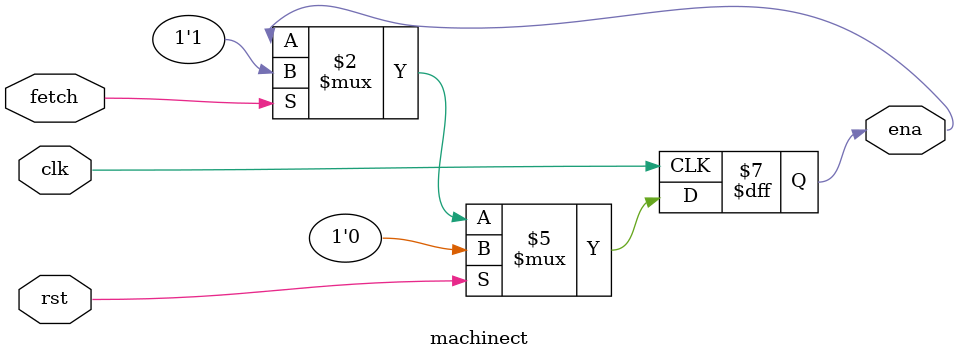
<source format=v>
`timescale 1ns/1ns
module machinect(ena,fetch,rst,clk);
input fetch,rst,clk;
output ena;
reg ena;
reg state;

always@(posedge clk)
	begin
		if(rst)
			begin
				ena<=0;
			end
		else
			if(fetch)
			begin
			ena<=1;
		end
	end
endmodule

</source>
